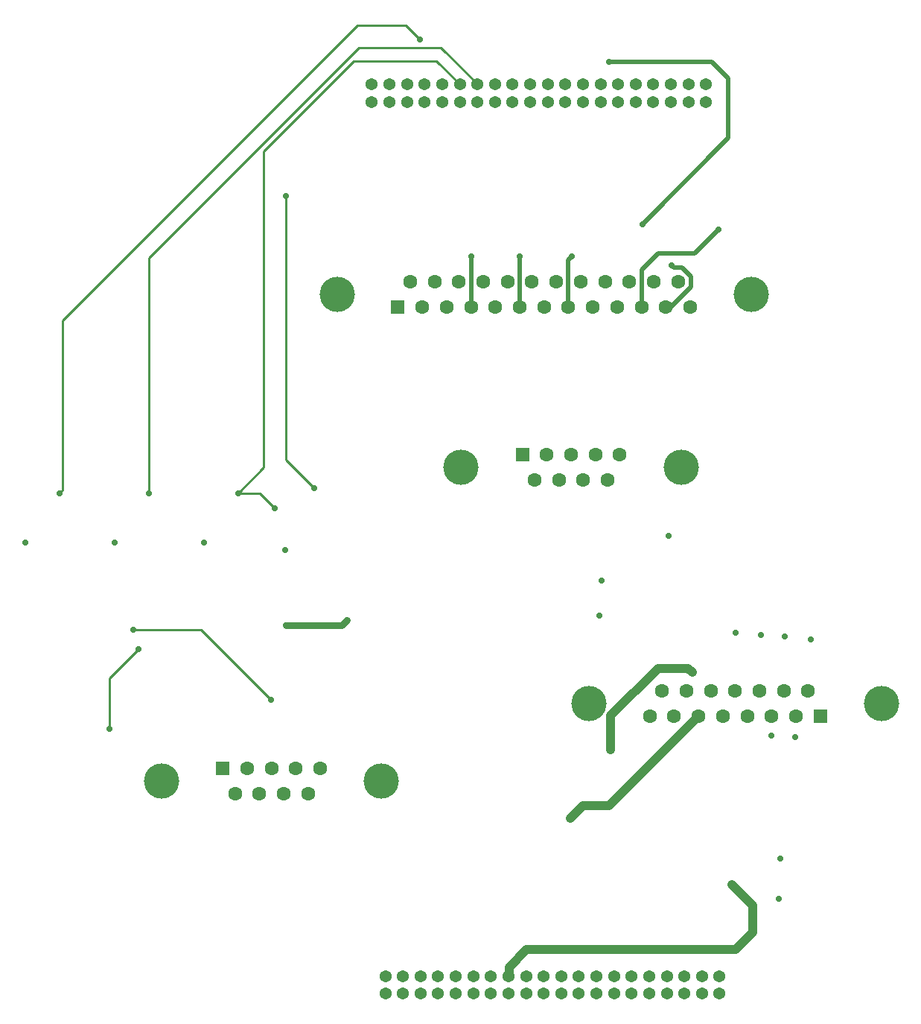
<source format=gbr>
%TF.GenerationSoftware,KiCad,Pcbnew,7.0.7*%
%TF.CreationDate,2024-02-25T16:10:36-08:00*%
%TF.ProjectId,Connector-board,436f6e6e-6563-4746-9f72-2d626f617264,rev?*%
%TF.SameCoordinates,Original*%
%TF.FileFunction,Copper,L4,Bot*%
%TF.FilePolarity,Positive*%
%FSLAX46Y46*%
G04 Gerber Fmt 4.6, Leading zero omitted, Abs format (unit mm)*
G04 Created by KiCad (PCBNEW 7.0.7) date 2024-02-25 16:10:36*
%MOMM*%
%LPD*%
G01*
G04 APERTURE LIST*
%TA.AperFunction,ComponentPad*%
%ADD10C,1.371600*%
%TD*%
%TA.AperFunction,ComponentPad*%
%ADD11C,4.000000*%
%TD*%
%TA.AperFunction,ComponentPad*%
%ADD12R,1.600000X1.600000*%
%TD*%
%TA.AperFunction,ComponentPad*%
%ADD13C,1.600000*%
%TD*%
%TA.AperFunction,ViaPad*%
%ADD14C,0.711200*%
%TD*%
%TA.AperFunction,Conductor*%
%ADD15C,0.254000*%
%TD*%
%TA.AperFunction,Conductor*%
%ADD16C,1.016000*%
%TD*%
%TA.AperFunction,Conductor*%
%ADD17C,0.762000*%
%TD*%
%TA.AperFunction,Conductor*%
%ADD18C,0.508000*%
%TD*%
G04 APERTURE END LIST*
D10*
%TO.P,J1,A1,Pin_1*%
%TO.N,+3.3V*%
X156086831Y-159170000D03*
%TO.P,J1,A2,Pin_2*%
X156086831Y-157170000D03*
%TO.P,J1,A3,Pin_3*%
%TO.N,GND*%
X158086831Y-159170000D03*
%TO.P,J1,A4,Pin_4*%
X158086831Y-157170000D03*
%TO.P,J1,A5,Pin_5*%
%TO.N,+5V*%
X160086831Y-159170000D03*
%TO.P,J1,A6,Pin_6*%
X160086831Y-157170000D03*
%TO.P,J1,A7,Pin_7*%
X162086831Y-159170000D03*
%TO.P,J1,A8,Pin_8*%
X162086831Y-157170000D03*
%TO.P,J1,A9,Pin_9*%
%TO.N,GND*%
X164086831Y-159170000D03*
%TO.P,J1,A10,Pin_10*%
X164086831Y-157170000D03*
%TO.P,J1,A11,Pin_11*%
%TO.N,FLIGHT_LOX_VENT*%
X166086831Y-159170000D03*
%TO.P,J1,A12,Pin_12*%
X166086831Y-157170000D03*
%TO.P,J1,A13,Pin_13*%
%TO.N,GND*%
X168086831Y-159170000D03*
%TO.P,J1,A14,Pin_14*%
X168086831Y-157170000D03*
%TO.P,J1,A15,Pin_15*%
%TO.N,FLIGHT_ETH_VENT*%
X170086831Y-159170000D03*
%TO.P,J1,A16,Pin_16*%
X170086831Y-157170000D03*
%TO.P,J1,A17,Pin_17*%
%TO.N,GND*%
X172086831Y-159170000D03*
%TO.P,J1,A18,Pin_18*%
X172086831Y-157170000D03*
%TO.P,J1,A19,Pin_19*%
%TO.N,FLIGHT_ETH_MAIN*%
X174086831Y-159170000D03*
%TO.P,J1,A20,Pin_20*%
X174086831Y-157170000D03*
%TO.P,J1,A21,Pin_21*%
%TO.N,GND*%
X176086831Y-159170000D03*
%TO.P,J1,A22,Pin_22*%
X176086831Y-157170000D03*
%TO.P,J1,A23,Pin_23*%
%TO.N,unconnected-(J1A-Pin_23-PadA23)*%
X178086831Y-159170000D03*
%TO.P,J1,A24,Pin_24*%
%TO.N,unconnected-(J1A-Pin_24-PadA24)*%
X178086831Y-157170000D03*
%TO.P,J1,A25,Pin_25*%
%TO.N,GND*%
X180086831Y-159170000D03*
%TO.P,J1,A26,Pin_26*%
X180086831Y-157170000D03*
%TO.P,J1,A27,Pin_27*%
%TO.N,unconnected-(J1A-Pin_27-PadA27)*%
X182086831Y-159170000D03*
%TO.P,J1,A28,Pin_28*%
%TO.N,unconnected-(J1A-Pin_28-PadA28)*%
X182086831Y-157170000D03*
%TO.P,J1,A29,Pin_29*%
%TO.N,unconnected-(J1A-Pin_29-PadA29)*%
X184086831Y-159170000D03*
%TO.P,J1,A30,Pin_30*%
%TO.N,unconnected-(J1A-Pin_30-PadA30)*%
X184086831Y-157170000D03*
%TO.P,J1,A31,Pin_31*%
%TO.N,unconnected-(J1A-Pin_31-PadA31)*%
X186086831Y-159170000D03*
%TO.P,J1,A32,Pin_32*%
%TO.N,unconnected-(J1A-Pin_32-PadA32)*%
X186086831Y-157170000D03*
%TO.P,J1,A33,Pin_33*%
%TO.N,unconnected-(J1A-Pin_33-PadA33)*%
X188086731Y-159170000D03*
%TO.P,J1,A34,Pin_34*%
%TO.N,unconnected-(J1A-Pin_34-PadA34)*%
X188086731Y-157170000D03*
%TO.P,J1,A35,Pin_35*%
%TO.N,PWR_SUP*%
X190086731Y-159170000D03*
%TO.P,J1,A36,Pin_36*%
X190086731Y-157170000D03*
%TO.P,J1,A37,Pin_37*%
X192086731Y-159170000D03*
%TO.P,J1,A38,Pin_38*%
X192086731Y-157170000D03*
%TO.P,J1,A39,Pin_39*%
X194086731Y-159170000D03*
%TO.P,J1,A40,Pin_40*%
X194086731Y-157170000D03*
%TO.P,J1,B1,Pin_1*%
%TO.N,unconnected-(J1B-Pin_1-PadB1)*%
X154550000Y-57900000D03*
%TO.P,J1,B2,Pin_2*%
%TO.N,SPI_SCK*%
X154550000Y-55900000D03*
%TO.P,J1,B3,Pin_3*%
%TO.N,unconnected-(J1B-Pin_3-PadB3)*%
X156550000Y-57900000D03*
%TO.P,J1,B4,Pin_4*%
%TO.N,SPI_MISO*%
X156550000Y-55900000D03*
%TO.P,J1,B5,Pin_5*%
%TO.N,GND*%
X158550000Y-57900000D03*
%TO.P,J1,B6,Pin_6*%
%TO.N,SPI_MOSI*%
X158550000Y-55900000D03*
%TO.P,J1,B7,Pin_7*%
%TO.N,unconnected-(J1B-Pin_7-PadB7)*%
X160550000Y-57900000D03*
%TO.P,J1,B8,Pin_8*%
%TO.N,GND*%
X160550000Y-55900000D03*
%TO.P,J1,B9,Pin_9*%
X162549900Y-57900000D03*
%TO.P,J1,B10,Pin_10*%
%TO.N,TC1_CS*%
X162549900Y-55900000D03*
%TO.P,J1,B11,Pin_11*%
%TO.N,PT1_E+*%
X164549900Y-57900000D03*
%TO.P,J1,B12,Pin_12*%
%TO.N,TC2_CS*%
X164549900Y-55900000D03*
%TO.P,J1,B13,Pin_13*%
%TO.N,PT1_E-*%
X166549900Y-57900000D03*
%TO.P,J1,B14,Pin_14*%
%TO.N,TC3_CS*%
X166549900Y-55900000D03*
%TO.P,J1,B15,Pin_15*%
%TO.N,PT1_A+*%
X168549900Y-57900000D03*
%TO.P,J1,B16,Pin_16*%
%TO.N,TC4_CS*%
X168549900Y-55900000D03*
%TO.P,J1,B17,Pin_17*%
%TO.N,GND*%
X170549900Y-57900000D03*
%TO.P,J1,B18,Pin_18*%
X170549900Y-55900000D03*
%TO.P,J1,B19,Pin_19*%
%TO.N,PT2_E+*%
X172549900Y-57900000D03*
%TO.P,J1,B20,Pin_20*%
%TO.N,unconnected-(J1B-Pin_20-PadB20)*%
X172549900Y-55900000D03*
%TO.P,J1,B21,Pin_21*%
%TO.N,PT2_E-*%
X174549900Y-57900000D03*
%TO.P,J1,B22,Pin_22*%
%TO.N,unconnected-(J1B-Pin_22-PadB22)*%
X174549900Y-55900000D03*
%TO.P,J1,B23,Pin_23*%
%TO.N,PT2_A+*%
X176549900Y-57900000D03*
%TO.P,J1,B24,Pin_24*%
%TO.N,unconnected-(J1B-Pin_24-PadB24)*%
X176549900Y-55900000D03*
%TO.P,J1,B25,Pin_25*%
%TO.N,GND*%
X178549900Y-57900000D03*
%TO.P,J1,B26,Pin_26*%
X178549900Y-55900000D03*
%TO.P,J1,B27,Pin_27*%
%TO.N,PT3_E+*%
X180549900Y-57900000D03*
%TO.P,J1,B28,Pin_28*%
%TO.N,PT5_E+*%
X180549900Y-55900000D03*
%TO.P,J1,B29,Pin_29*%
%TO.N,PT3_E-*%
X182549900Y-57900000D03*
%TO.P,J1,B30,Pin_30*%
%TO.N,PT5_E-*%
X182549900Y-55900000D03*
%TO.P,J1,B31,Pin_31*%
%TO.N,PT3_A+*%
X184549900Y-57900000D03*
%TO.P,J1,B32,Pin_32*%
%TO.N,PT5_A+*%
X184549900Y-55900000D03*
%TO.P,J1,B33,Pin_33*%
%TO.N,GND*%
X186549900Y-57900000D03*
%TO.P,J1,B34,Pin_34*%
X186549900Y-55900000D03*
%TO.P,J1,B35,Pin_35*%
%TO.N,PT4_E+*%
X188549900Y-57900000D03*
%TO.P,J1,B36,Pin_36*%
%TO.N,PT6_E+*%
X188549900Y-55900000D03*
%TO.P,J1,B37,Pin_37*%
%TO.N,PT4_E-*%
X190549900Y-57900000D03*
%TO.P,J1,B38,Pin_38*%
%TO.N,PT6_E-*%
X190549900Y-55900000D03*
%TO.P,J1,B39,Pin_39*%
%TO.N,PT4_A+*%
X192549900Y-57900000D03*
%TO.P,J1,B40,Pin_40*%
%TO.N,PT6_A+*%
X192549900Y-55900000D03*
%TD*%
D11*
%TO.P,4TC_DSUB1,0*%
%TO.N,N/C*%
X155640000Y-135020000D03*
X130640000Y-135020000D03*
D12*
%TO.P,4TC_DSUB1,1,1*%
%TO.N,TC1_T-*%
X137600000Y-133600000D03*
D13*
%TO.P,4TC_DSUB1,2,2*%
%TO.N,TC2_T-*%
X140370000Y-133600000D03*
%TO.P,4TC_DSUB1,3,3*%
%TO.N,TC3_T-*%
X143140000Y-133600000D03*
%TO.P,4TC_DSUB1,4,4*%
%TO.N,TC4_T-*%
X145910000Y-133600000D03*
%TO.P,4TC_DSUB1,5,5*%
%TO.N,unconnected-(4TC_DSUB1-Pad5)*%
X148680000Y-133600000D03*
%TO.P,4TC_DSUB1,6,6*%
%TO.N,TC1_T+*%
X138985000Y-136440000D03*
%TO.P,4TC_DSUB1,7,7*%
%TO.N,TC2_T+*%
X141755000Y-136440000D03*
%TO.P,4TC_DSUB1,8,8*%
%TO.N,TC3_T+*%
X144525000Y-136440000D03*
%TO.P,4TC_DSUB1,9,9*%
%TO.N,TC4_T+*%
X147295000Y-136440000D03*
%TD*%
D11*
%TO.P,GND_DSUB1,0*%
%TO.N,N/C*%
X179200000Y-126200000D03*
X212500000Y-126200000D03*
D12*
%TO.P,GND_DSUB1,1,1*%
%TO.N,PWR_SUP*%
X205545000Y-127620000D03*
D13*
%TO.P,GND_DSUB1,2,2*%
X202775000Y-127620000D03*
%TO.P,GND_DSUB1,3,3*%
X200005000Y-127620000D03*
%TO.P,GND_DSUB1,4,4*%
%TO.N,unconnected-(GND_DSUB1-Pad4)*%
X197235000Y-127620000D03*
%TO.P,GND_DSUB1,5,5*%
%TO.N,GROUND_ETH_VENT*%
X194465000Y-127620000D03*
%TO.P,GND_DSUB1,6,6*%
%TO.N,GROUND_LOX_VENT*%
X191695000Y-127620000D03*
%TO.P,GND_DSUB1,7,7*%
%TO.N,unconnected-(GND_DSUB1-Pad7)*%
X188925000Y-127620000D03*
%TO.P,GND_DSUB1,8,8*%
%TO.N,unconnected-(GND_DSUB1-Pad8)*%
X186155000Y-127620000D03*
%TO.P,GND_DSUB1,9,P9*%
%TO.N,GND*%
X204160000Y-124780000D03*
%TO.P,GND_DSUB1,10,P10*%
X201390000Y-124780000D03*
%TO.P,GND_DSUB1,11,P111*%
X198620000Y-124780000D03*
%TO.P,GND_DSUB1,12,P12*%
X195850000Y-124780000D03*
%TO.P,GND_DSUB1,13,P13*%
%TO.N,REDS_ETH_VENT*%
X193080000Y-124780000D03*
%TO.P,GND_DSUB1,14,P14*%
%TO.N,REDS_LOX_VENT*%
X190310000Y-124780000D03*
%TO.P,GND_DSUB1,15,P15*%
%TO.N,unconnected-(GND_DSUB1-P15-Pad15)*%
X187540000Y-124780000D03*
%TD*%
D11*
%TO.P,SOLENOIDS_DSUB1,0*%
%TO.N,N/C*%
X189700000Y-99400000D03*
X164700000Y-99400000D03*
D12*
%TO.P,SOLENOIDS_DSUB1,1,1*%
%TO.N,LOX_VENT*%
X171660000Y-97980000D03*
D13*
%TO.P,SOLENOIDS_DSUB1,2,2*%
%TO.N,ETH_VENT*%
X174430000Y-97980000D03*
%TO.P,SOLENOIDS_DSUB1,3,3*%
%TO.N,unconnected-(SOLENOIDS_DSUB1-Pad3)*%
X177200000Y-97980000D03*
%TO.P,SOLENOIDS_DSUB1,4,4*%
%TO.N,unconnected-(SOLENOIDS_DSUB1-Pad4)*%
X179970000Y-97980000D03*
%TO.P,SOLENOIDS_DSUB1,5,5*%
%TO.N,unconnected-(SOLENOIDS_DSUB1-Pad5)*%
X182740000Y-97980000D03*
%TO.P,SOLENOIDS_DSUB1,6,6*%
%TO.N,GND*%
X173045000Y-100820000D03*
%TO.P,SOLENOIDS_DSUB1,7,7*%
X175815000Y-100820000D03*
%TO.P,SOLENOIDS_DSUB1,8,8*%
%TO.N,unconnected-(SOLENOIDS_DSUB1-Pad8)*%
X178585000Y-100820000D03*
%TO.P,SOLENOIDS_DSUB1,9,9*%
%TO.N,unconnected-(SOLENOIDS_DSUB1-Pad9)*%
X181355000Y-100820000D03*
%TD*%
D11*
%TO.P,PT_DSUB1,0*%
%TO.N,N/C*%
X150585000Y-79720000D03*
X197685000Y-79720000D03*
D12*
%TO.P,PT_DSUB1,1,1*%
%TO.N,PT1_E+*%
X157515000Y-81140000D03*
D13*
%TO.P,PT_DSUB1,2,2*%
%TO.N,PT1_E-*%
X160285000Y-81140000D03*
%TO.P,PT_DSUB1,3,3*%
%TO.N,PT2_E+*%
X163055000Y-81140000D03*
%TO.P,PT_DSUB1,4,4*%
%TO.N,PT2_E-*%
X165825000Y-81140000D03*
%TO.P,PT_DSUB1,5,5*%
%TO.N,PT3_E+*%
X168595000Y-81140000D03*
%TO.P,PT_DSUB1,6,6*%
%TO.N,PT3_E-*%
X171365000Y-81140000D03*
%TO.P,PT_DSUB1,7,7*%
%TO.N,PT4_E+*%
X174135000Y-81140000D03*
%TO.P,PT_DSUB1,8,8*%
%TO.N,PT4_E-*%
X176905000Y-81140000D03*
%TO.P,PT_DSUB1,9,9*%
%TO.N,PT5_E+*%
X179675000Y-81140000D03*
%TO.P,PT_DSUB1,10,10*%
%TO.N,PT5_E-*%
X182445000Y-81140000D03*
%TO.P,PT_DSUB1,11,11*%
%TO.N,PT6_E+*%
X185215000Y-81140000D03*
%TO.P,PT_DSUB1,12,12*%
%TO.N,PT6_E-*%
X187985000Y-81140000D03*
%TO.P,PT_DSUB1,13,13*%
%TO.N,unconnected-(PT_DSUB1-Pad13)*%
X190755000Y-81140000D03*
%TO.P,PT_DSUB1,14,P14*%
%TO.N,PT1_A+*%
X158900000Y-78300000D03*
%TO.P,PT_DSUB1,15,P15*%
%TO.N,unconnected-(PT_DSUB1-P15-Pad15)*%
X161670000Y-78300000D03*
%TO.P,PT_DSUB1,16,P16*%
%TO.N,PT2_A+*%
X164440000Y-78300000D03*
%TO.P,PT_DSUB1,17,P17*%
%TO.N,unconnected-(PT_DSUB1-P17-Pad17)*%
X167210000Y-78300000D03*
%TO.P,PT_DSUB1,18,P18*%
%TO.N,PT3_A+*%
X169980000Y-78300000D03*
%TO.P,PT_DSUB1,19,P19*%
%TO.N,unconnected-(PT_DSUB1-P19-Pad19)*%
X172750000Y-78300000D03*
%TO.P,PT_DSUB1,20,P20*%
%TO.N,PT4_A+*%
X175520000Y-78300000D03*
%TO.P,PT_DSUB1,21,P21*%
%TO.N,unconnected-(PT_DSUB1-P21-Pad21)*%
X178290000Y-78300000D03*
%TO.P,PT_DSUB1,22,P22*%
%TO.N,PT5_A+*%
X181060000Y-78300000D03*
%TO.P,PT_DSUB1,23,P23*%
%TO.N,unconnected-(PT_DSUB1-P23-Pad23)*%
X183830000Y-78300000D03*
%TO.P,PT_DSUB1,24,P24*%
%TO.N,PT6_A+*%
X186600000Y-78300000D03*
%TO.P,PT_DSUB1,25,P25*%
%TO.N,unconnected-(PT_DSUB1-P25-Pad25)*%
X189370000Y-78300000D03*
%TD*%
D14*
%TO.N,GND*%
X201000000Y-143800000D03*
X180700000Y-112250000D03*
X204500000Y-118900000D03*
X195900000Y-118200000D03*
X115114800Y-107921800D03*
X198800000Y-118400000D03*
X135434800Y-107921800D03*
X144720000Y-108796600D03*
X180400000Y-116250000D03*
X201500000Y-118600000D03*
X125274800Y-107921800D03*
X200800000Y-148400000D03*
X188300000Y-107200000D03*
%TO.N,TC3_T+*%
X124700000Y-129100000D03*
X128000000Y-120000000D03*
%TO.N,TC3_T-*%
X127400000Y-117800000D03*
X143100000Y-125800000D03*
%TO.N,PWR_SUP*%
X202700000Y-130000000D03*
X200000000Y-129900000D03*
%TO.N,GROUND_LOX_VENT*%
X177100000Y-139300000D03*
%TO.N,+3.3V*%
X144740000Y-117340000D03*
X151725000Y-116705000D03*
%TO.N,PT3_E-*%
X171400000Y-75400000D03*
%TO.N,PT5_E+*%
X181500000Y-53300000D03*
X185300000Y-71800000D03*
%TO.N,PT2_E-*%
X165829498Y-75440502D03*
%TO.N,PT4_E-*%
X177329498Y-75429498D03*
%TO.N,PT6_E+*%
X194000000Y-72400000D03*
%TO.N,PT6_E-*%
X188600000Y-76400000D03*
%TO.N,TC1_CS*%
X119015365Y-102307900D03*
X160020000Y-50800000D03*
%TO.N,TC4_CS*%
X144780000Y-68580000D03*
X147982400Y-101775000D03*
%TO.N,TC2_CS*%
X143470000Y-104005000D03*
X139335095Y-102307448D03*
%TO.N,TC3_CS*%
X129175293Y-102307900D03*
%TO.N,REDS_ETH_VENT*%
X191000000Y-122700000D03*
X181700000Y-131500000D03*
%TO.N,FLIGHT_ETH_VENT*%
X195500000Y-146800000D03*
%TD*%
D15*
%TO.N,TC3_T+*%
X124700000Y-129100000D02*
X124700000Y-123300000D01*
X124700000Y-123300000D02*
X128000000Y-120000000D01*
%TO.N,TC3_T-*%
X143100000Y-125800000D02*
X135100000Y-117800000D01*
X135100000Y-117800000D02*
X127400000Y-117800000D01*
D16*
%TO.N,GROUND_LOX_VENT*%
X181515000Y-137800000D02*
X191695000Y-127620000D01*
X178600000Y-137800000D02*
X181515000Y-137800000D01*
X177100000Y-139300000D02*
X178600000Y-137800000D01*
D17*
%TO.N,+3.3V*%
X151090000Y-117340000D02*
X151725000Y-116705000D01*
X144740000Y-117340000D02*
X151090000Y-117340000D01*
D15*
%TO.N,PT3_E-*%
X171400000Y-75400000D02*
X171365000Y-75435000D01*
D18*
X171365000Y-75435000D02*
X171365000Y-81140000D01*
%TO.N,PT5_E+*%
X193200000Y-53300000D02*
X181500000Y-53300000D01*
X185300000Y-71800000D02*
X195100000Y-62000000D01*
X195100000Y-62000000D02*
X195100000Y-55200000D01*
X195100000Y-55200000D02*
X193200000Y-53300000D01*
%TO.N,PT2_E-*%
X165829498Y-75440502D02*
X165825000Y-75445000D01*
X165825000Y-75445000D02*
X165825000Y-81140000D01*
%TO.N,PT4_E-*%
X177329498Y-75429498D02*
X176905000Y-75853996D01*
X176905000Y-75853996D02*
X176905000Y-81140000D01*
%TO.N,PT6_E+*%
X187100000Y-75100000D02*
X185215000Y-76985000D01*
X191300000Y-75100000D02*
X187100000Y-75100000D01*
X185215000Y-76985000D02*
X185215000Y-81140000D01*
X194000000Y-72400000D02*
X191300000Y-75100000D01*
%TO.N,PT6_E-*%
X190805000Y-78894397D02*
X188559397Y-81140000D01*
X189799397Y-76700000D02*
X190805000Y-77705603D01*
X188600000Y-76400000D02*
X188900000Y-76700000D01*
X190805000Y-77705603D02*
X190805000Y-78894397D01*
X188900000Y-76700000D02*
X189799397Y-76700000D01*
X188559397Y-81140000D02*
X187985000Y-81140000D01*
D15*
%TO.N,TC1_CS*%
X158393502Y-49173502D02*
X160020000Y-50800000D01*
X152897288Y-49173502D02*
X158393502Y-49173502D01*
X119380000Y-82690790D02*
X152897288Y-49173502D01*
X119380000Y-101943265D02*
X119380000Y-82690790D01*
X119015365Y-102307900D02*
X119380000Y-101943265D01*
%TO.N,TC4_CS*%
X144780000Y-98572600D02*
X144780000Y-68580000D01*
X148033200Y-101825800D02*
X147982400Y-101775000D01*
X147982400Y-101775000D02*
X144780000Y-98572600D01*
%TO.N,TC2_CS*%
X142240000Y-99402543D02*
X142240000Y-63460000D01*
X139335095Y-102307448D02*
X142240000Y-99402543D01*
X139335095Y-102307448D02*
X141772448Y-102307448D01*
X152493298Y-53206702D02*
X161906702Y-53206702D01*
X141772448Y-102307448D02*
X143470000Y-104005000D01*
X142240000Y-63460000D02*
X152493298Y-53206702D01*
X161906702Y-53206702D02*
X164600000Y-55900000D01*
%TO.N,TC3_CS*%
X129175293Y-75624707D02*
X153086498Y-51713502D01*
X162413502Y-51713502D02*
X166600000Y-55900000D01*
X129175293Y-102307900D02*
X129175293Y-75624707D01*
X153086498Y-51713502D02*
X162413502Y-51713502D01*
D16*
%TO.N,REDS_ETH_VENT*%
X191000000Y-122700000D02*
X190500000Y-122200000D01*
X181700000Y-127606058D02*
X181700000Y-131500000D01*
X190500000Y-122200000D02*
X187106058Y-122200000D01*
X187106058Y-122200000D02*
X181700000Y-127606058D01*
%TO.N,FLIGHT_ETH_VENT*%
X170136931Y-156200133D02*
X170136931Y-157170000D01*
X197900000Y-149200000D02*
X197900000Y-152200000D01*
X172137064Y-154200000D02*
X170136931Y-156200133D01*
X195500000Y-146800000D02*
X197900000Y-149200000D01*
X197900000Y-152200000D02*
X195900000Y-154200000D01*
X195900000Y-154200000D02*
X172137064Y-154200000D01*
%TD*%
M02*

</source>
